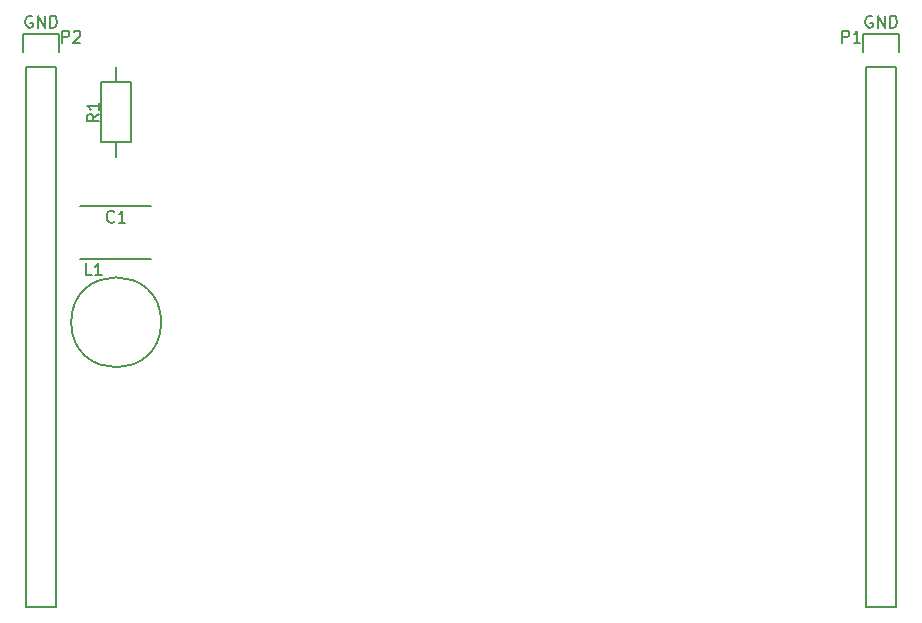
<source format=gbr>
G04 #@! TF.FileFunction,Legend,Top*
%FSLAX46Y46*%
G04 Gerber Fmt 4.6, Leading zero omitted, Abs format (unit mm)*
G04 Created by KiCad (PCBNEW 4.0.3+e1-6302~38~ubuntu16.04.1-stable) date Thu Aug 25 17:13:24 2016*
%MOMM*%
%LPD*%
G01*
G04 APERTURE LIST*
%ADD10C,0.100000*%
%ADD11C,0.150000*%
G04 APERTURE END LIST*
D10*
D11*
X91440000Y-71120000D02*
X91440000Y-66040000D01*
X91440000Y-66040000D02*
X93980000Y-66040000D01*
X93980000Y-66040000D02*
X93980000Y-71120000D01*
X93980000Y-71120000D02*
X91440000Y-71120000D01*
X92710000Y-71120000D02*
X92710000Y-72390000D01*
X92710000Y-66040000D02*
X92710000Y-64770000D01*
X89670000Y-76490000D02*
X95670000Y-76490000D01*
X95670000Y-80990000D02*
X89670000Y-80990000D01*
X96520000Y-86360000D02*
G75*
G03X96520000Y-86360000I-3810000J0D01*
G01*
X85090000Y-64770000D02*
X85090000Y-110490000D01*
X85090000Y-110490000D02*
X87630000Y-110490000D01*
X87630000Y-110490000D02*
X87630000Y-64770000D01*
X84810000Y-61950000D02*
X84810000Y-63500000D01*
X85090000Y-64770000D02*
X87630000Y-64770000D01*
X87910000Y-63500000D02*
X87910000Y-61950000D01*
X87910000Y-61950000D02*
X84810000Y-61950000D01*
X156210000Y-64770000D02*
X156210000Y-110490000D01*
X156210000Y-110490000D02*
X158750000Y-110490000D01*
X158750000Y-110490000D02*
X158750000Y-64770000D01*
X155930000Y-61950000D02*
X155930000Y-63500000D01*
X156210000Y-64770000D02*
X158750000Y-64770000D01*
X159030000Y-63500000D02*
X159030000Y-61950000D01*
X159030000Y-61950000D02*
X155930000Y-61950000D01*
X91257381Y-68746666D02*
X90781190Y-69080000D01*
X91257381Y-69318095D02*
X90257381Y-69318095D01*
X90257381Y-68937142D01*
X90305000Y-68841904D01*
X90352619Y-68794285D01*
X90447857Y-68746666D01*
X90590714Y-68746666D01*
X90685952Y-68794285D01*
X90733571Y-68841904D01*
X90781190Y-68937142D01*
X90781190Y-69318095D01*
X91257381Y-67794285D02*
X91257381Y-68365714D01*
X91257381Y-68080000D02*
X90257381Y-68080000D01*
X90400238Y-68175238D01*
X90495476Y-68270476D01*
X90543095Y-68365714D01*
X92543334Y-77827143D02*
X92495715Y-77874762D01*
X92352858Y-77922381D01*
X92257620Y-77922381D01*
X92114762Y-77874762D01*
X92019524Y-77779524D01*
X91971905Y-77684286D01*
X91924286Y-77493810D01*
X91924286Y-77350952D01*
X91971905Y-77160476D01*
X92019524Y-77065238D01*
X92114762Y-76970000D01*
X92257620Y-76922381D01*
X92352858Y-76922381D01*
X92495715Y-76970000D01*
X92543334Y-77017619D01*
X93495715Y-77922381D02*
X92924286Y-77922381D01*
X93210000Y-77922381D02*
X93210000Y-76922381D01*
X93114762Y-77065238D01*
X93019524Y-77160476D01*
X92924286Y-77208095D01*
X90638334Y-82367381D02*
X90162143Y-82367381D01*
X90162143Y-81367381D01*
X91495477Y-82367381D02*
X90924048Y-82367381D01*
X91209762Y-82367381D02*
X91209762Y-81367381D01*
X91114524Y-81510238D01*
X91019286Y-81605476D01*
X90924048Y-81653095D01*
X88161905Y-62682381D02*
X88161905Y-61682381D01*
X88542858Y-61682381D01*
X88638096Y-61730000D01*
X88685715Y-61777619D01*
X88733334Y-61872857D01*
X88733334Y-62015714D01*
X88685715Y-62110952D01*
X88638096Y-62158571D01*
X88542858Y-62206190D01*
X88161905Y-62206190D01*
X89114286Y-61777619D02*
X89161905Y-61730000D01*
X89257143Y-61682381D01*
X89495239Y-61682381D01*
X89590477Y-61730000D01*
X89638096Y-61777619D01*
X89685715Y-61872857D01*
X89685715Y-61968095D01*
X89638096Y-62110952D01*
X89066667Y-62682381D01*
X89685715Y-62682381D01*
X85598096Y-60460000D02*
X85502858Y-60412381D01*
X85360001Y-60412381D01*
X85217143Y-60460000D01*
X85121905Y-60555238D01*
X85074286Y-60650476D01*
X85026667Y-60840952D01*
X85026667Y-60983810D01*
X85074286Y-61174286D01*
X85121905Y-61269524D01*
X85217143Y-61364762D01*
X85360001Y-61412381D01*
X85455239Y-61412381D01*
X85598096Y-61364762D01*
X85645715Y-61317143D01*
X85645715Y-60983810D01*
X85455239Y-60983810D01*
X86074286Y-61412381D02*
X86074286Y-60412381D01*
X86645715Y-61412381D01*
X86645715Y-60412381D01*
X87121905Y-61412381D02*
X87121905Y-60412381D01*
X87360000Y-60412381D01*
X87502858Y-60460000D01*
X87598096Y-60555238D01*
X87645715Y-60650476D01*
X87693334Y-60840952D01*
X87693334Y-60983810D01*
X87645715Y-61174286D01*
X87598096Y-61269524D01*
X87502858Y-61364762D01*
X87360000Y-61412381D01*
X87121905Y-61412381D01*
X154201905Y-62682381D02*
X154201905Y-61682381D01*
X154582858Y-61682381D01*
X154678096Y-61730000D01*
X154725715Y-61777619D01*
X154773334Y-61872857D01*
X154773334Y-62015714D01*
X154725715Y-62110952D01*
X154678096Y-62158571D01*
X154582858Y-62206190D01*
X154201905Y-62206190D01*
X155725715Y-62682381D02*
X155154286Y-62682381D01*
X155440000Y-62682381D02*
X155440000Y-61682381D01*
X155344762Y-61825238D01*
X155249524Y-61920476D01*
X155154286Y-61968095D01*
X156718096Y-60460000D02*
X156622858Y-60412381D01*
X156480001Y-60412381D01*
X156337143Y-60460000D01*
X156241905Y-60555238D01*
X156194286Y-60650476D01*
X156146667Y-60840952D01*
X156146667Y-60983810D01*
X156194286Y-61174286D01*
X156241905Y-61269524D01*
X156337143Y-61364762D01*
X156480001Y-61412381D01*
X156575239Y-61412381D01*
X156718096Y-61364762D01*
X156765715Y-61317143D01*
X156765715Y-60983810D01*
X156575239Y-60983810D01*
X157194286Y-61412381D02*
X157194286Y-60412381D01*
X157765715Y-61412381D01*
X157765715Y-60412381D01*
X158241905Y-61412381D02*
X158241905Y-60412381D01*
X158480000Y-60412381D01*
X158622858Y-60460000D01*
X158718096Y-60555238D01*
X158765715Y-60650476D01*
X158813334Y-60840952D01*
X158813334Y-60983810D01*
X158765715Y-61174286D01*
X158718096Y-61269524D01*
X158622858Y-61364762D01*
X158480000Y-61412381D01*
X158241905Y-61412381D01*
M02*

</source>
